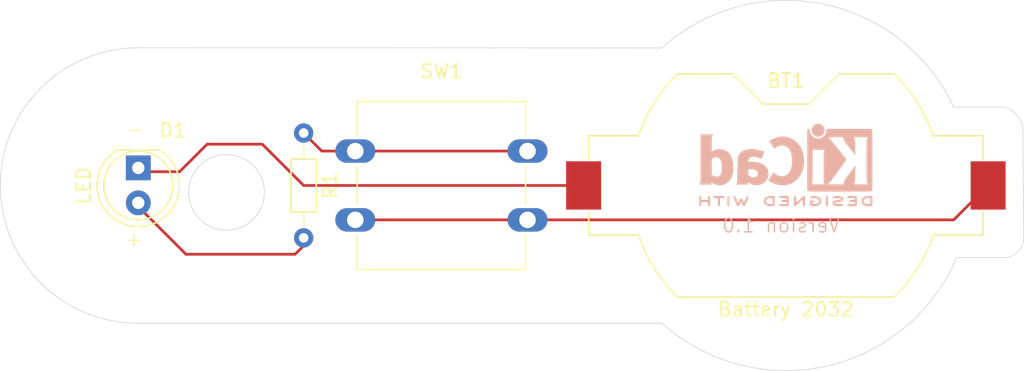
<source format=kicad_pcb>
(kicad_pcb (version 20241229) (generator "pcbnew") (generator_version "9.0")
  (title_block (title "LED_Torch") (date "2025-06-09") (rev "1") (company "Nurblinks"))
  (layers (0 "F.Cu" signal) (2 "B.Cu" signal) (13 "F.Paste" user) (15 "B.Paste" user) (5 "F.SilkS" user "F.Silkscreen") (7 "B.SilkS" user "B.Silkscreen") (1 "F.Mask" user) (3 "B.Mask" user) (25 "Edge.Cuts" user))
  (net 0 "")
  (net 1 "/LED_cathode")
  (net 2 "/BAT_pos")
  (net 3 "/LED_Anode")
  (net 4 "Net-(SW1A-A)")
  (footprint "Resistor_THT:R_Axial_DIN0204_L3.6mm_D1.6mm_P7.62mm_Horizontal" (layer "F.Cu") (at 75 92.19 -90)
    (property "Reference" "R1" (at 3.81 -1.92 90) (layer "F.SilkS"))
    (property "Value" "R")
    (pad "1" thru_hole circle (at 0 0 270) (size 1.4 1.4) (drill 0.7) (layers "*.Cu" "*.Mask") (net 4 "Net-(SW1A-A)"))
    (pad "2" thru_hole circle (at 7.62 0 270) (size 1.4 1.4) (drill 0.7) (layers "*.Cu" "*.Mask") (net 3 "/LED_Anode"))
  )
  (footprint "LED_THT:LED_D5.0mm" (layer "F.Cu") (at 63 94.725 -90)
    (property "Reference" "D1" (at -2.725 -2.5 180) (layer "F.SilkS"))
    (property "Value" "LED" (at 1.27 3.96 90) (layer "F.SilkS"))
    (pad "1" thru_hole rect (at 0 0 270) (size 1.8 1.8) (drill 0.9) (layers "*.Cu" "*.Mask") (net 1 "/LED_cathode"))
    (pad "2" thru_hole circle (at 2.54 0 270) (size 1.8 1.8) (drill 0.9) (layers "*.Cu" "*.Mask") (net 3 "/LED_Anode"))
  )
  (footprint "Button_Switch_THT:SW_SPST_Omron_B3F-40xx" (layer "F.Cu") (at 78.75 93.5)
    (property "Reference" "SW1" (at 6.25 -5.8 0) (layer "F.SilkS"))
    (property "Value" "SW_DPDT_x2")
    (pad "" np_thru_hole circle (at 6.25 -2) (size 1.8 1.8) (drill 1.8) (layers "*.Cu" "*.Mask"))
    (pad "" np_thru_hole circle (at 6.25 7) (size 1.8 1.8) (drill 1.8) (layers "*.Cu" "*.Mask"))
    (pad "1" thru_hole oval (at 0 0) (size 2.9 1.7) (drill 1.2) (layers "*.Cu" "*.Mask") (net 4 "Net-(SW1A-A)"))
    (pad "1" thru_hole oval (at 12.5 0) (size 2.9 1.7) (drill 1.2) (layers "*.Cu" "*.Mask") (net 4 "Net-(SW1A-A)"))
    (pad "2" thru_hole oval (at 0 5) (size 2.9 1.7) (drill 1.2) (layers "*.Cu" "*.Mask") (net 2 "/BAT_pos"))
    (pad "2" thru_hole oval (at 12.5 5) (size 2.9 1.7) (drill 1.2) (layers "*.Cu" "*.Mask") (net 2 "/BAT_pos"))
  )
  (footprint "Battery:BatteryHolder_Keystone_1058_1x2032" (layer "F.Cu") (at 110 96 180)
    (property "Reference" "BT1" (at 0 7.62 0) (layer "F.SilkS"))
    (property "Value" "Battery 2032" (at 0 -9 0) (layer "F.SilkS"))
    (pad "1" smd rect (at -14.68 0 180) (size 2.54 3.51) (layers "F.Cu" "F.Mask" "F.Paste") (net 2 "/BAT_pos"))
    (pad "2" smd rect (at 14.68 0 180) (size 2.54 3.51) (layers "F.Cu" "F.Mask" "F.Paste") (net 1 "/LED_cathode"))
  )
  (footprint "Symbol:KiCad-Logo2_5mm_SilkScreen" (layer "B.Cu") (at 110 94.5 180)
    (property "Reference" "REF**" (hide yes))
    (property "Value" "KiCad-Logo2_5mm_SilkScreen" (hide yes))
  )
  (gr_arc (start 122.390347 101.24207) (mid 112.921145 109.132666) (end 101 106) (stroke (width 0.05)) (layer "Edge.Cuts"))
  (gr_arc (start 125.5 90.301485) (mid 126.701031 90.798969) (end 127.198515 92) (stroke (width 0.05)) (layer "Edge.Cuts"))
  (gr_arc (start 62.5 106.006246) (mid 52.990631 95.756168) (end 63 85.993754) (stroke (width 0.05)) (layer "Edge.Cuts"))
  (gr_arc (start 127.266966 99.718123) (mid 126.924335 100.721902) (end 126 101.24207) (stroke (width 0.05)) (layer "Edge.Cuts"))
  (gr_line (start 62.500004 106.006246) (end 101 106.006246) (stroke (width 0.05)) (layer "Edge.Cuts"))
  (gr_line (start 122.18716 90.301485) (end 125.5 90.301485) (stroke (width 0.05)) (layer "Edge.Cuts"))
  (gr_circle (center 69.404596 96.5) (end 71.707372 98) (stroke (width 0.05)) (fill no) (layer "Edge.Cuts"))
  (gr_line (start 122.390345 101.24207) (end 126 101.24207) (stroke (width 0.05)) (layer "Edge.Cuts"))
  (gr_line (start 63 85.993754) (end 101 86.006246) (stroke (width 0.05)) (layer "Edge.Cuts"))
  (gr_line (start 127.198515 92) (end 127.266966 99.718123) (stroke (width 0.05)) (layer "Edge.Cuts"))
  (gr_arc (start 101 86.000002) (mid 112.217701 82.73042) (end 121.762606 89.469987) (stroke (width 0.05)) (layer "Edge.Cuts"))
  (gr_arc (start 121.762606 89.469989) (mid 121.982098 89.882053) (end 122.18716 90.301485) (stroke (width 0.05)) (layer "Edge.Cuts"))
  (gr_text "+" (at 62 100.5 0) (layer "F.SilkS") (effects (font (size 1 1) (thickness 0.1)) (justify left bottom)))
  (gr_text "-" (at 63.5 91.5 180) (layer "F.SilkS") (effects (font (size 1 1) (thickness 0.1)) (justify left bottom)))
  (gr_text "Version 1.0" (at 114 99.5 0) (layer "B.SilkS") (effects (font (size 1 1) (thickness 0.1)) (justify left bottom mirror)))
  (segment (start 75 96) (end 95.32 96) (width 0.2) (layer "F.Cu") (net 1))
  (segment (start 72 93) (end 75 96) (width 0.2) (layer "F.Cu") (net 1))
  (segment (start 66 95) (end 68 93) (width 0.2) (layer "F.Cu") (net 1))
  (segment (start 63 95) (end 66 95) (width 0.2) (layer "F.Cu") (net 1))
  (segment (start 68 93) (end 72 93) (width 0.2) (layer "F.Cu") (net 1))
  (segment (start 91.25 98.5) (end 122.18 98.5) (width 0.2) (layer "F.Cu") (net 2))
  (segment (start 122.18 98.5) (end 124.68 96) (width 0.2) (layer "F.Cu") (net 2))
  (segment (start 78.75 98.5) (end 91.25 98.5) (width 0.2) (layer "F.Cu") (net 2))
  (segment (start 75 100.38) (end 75 99.81) (width 0.2) (layer "F.Cu") (net 3))
  (segment (start 63 97.54) (end 66.46 101) (width 0.2) (layer "F.Cu") (net 3))
  (segment (start 66.46 101) (end 74 101) (width 0.2) (layer "F.Cu") (net 3))
  (segment (start 74 101) (end 74.38 101) (width 0.2) (layer "F.Cu") (net 3))
  (segment (start 74.38 101) (end 75 100.38) (width 0.2) (layer "F.Cu") (net 3))
  (segment (start 78.75 93.5) (end 91.25 93.5) (width 0.2) (layer "F.Cu") (net 4))
  (segment (start 75 92.19) (end 76.31 93.5) (width 0.2) (layer "F.Cu") (net 4))
  (segment (start 76.31 93.5) (end 78.75 93.5) (width 0.2) (layer "F.Cu") (net 4))
)
</source>
